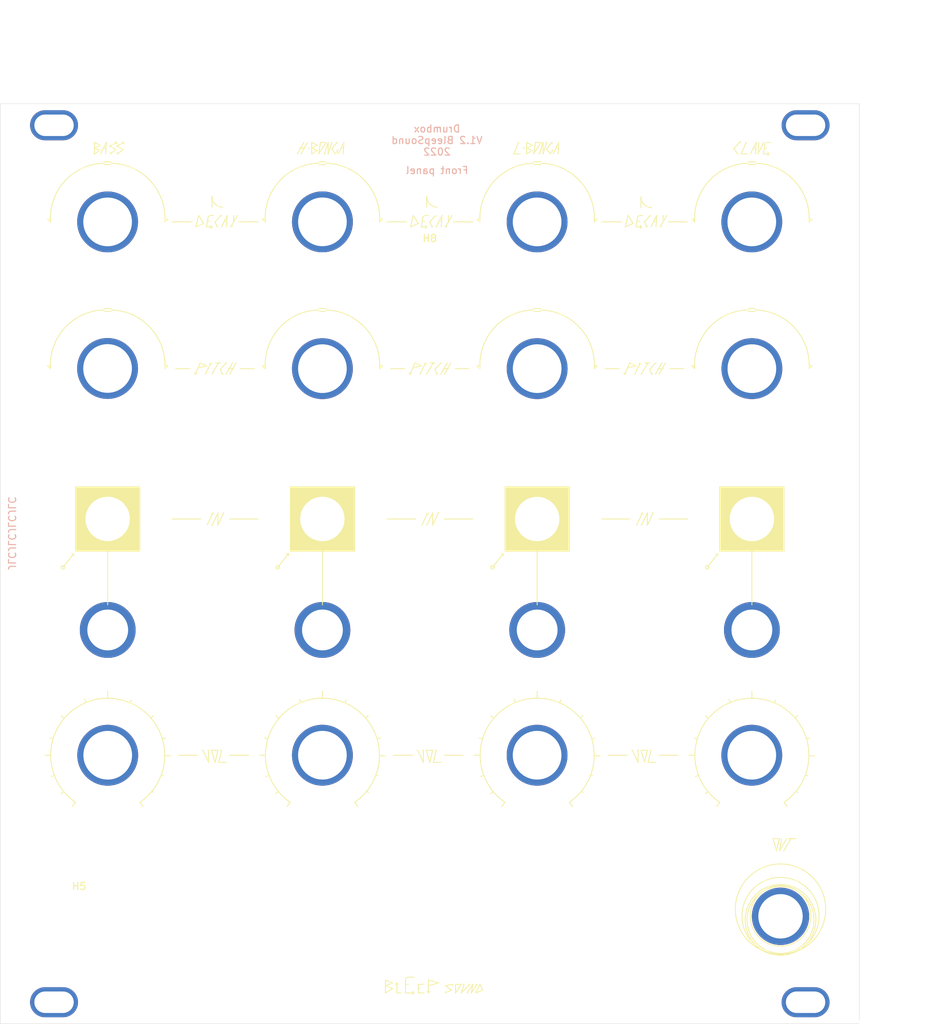
<source format=kicad_pcb>
(kicad_pcb (version 20211014) (generator pcbnew)
  (layers (0 "F.Cu" signal) (31 "B.Cu" signal) (34 "B.Paste" user) (35 "F.Paste" user) (36 "B.SilkS" user "B.Silkscreen") (37 "F.SilkS" user "F.Silkscreen") (38 "B.Mask" user) (39 "F.Mask" user) (44 "Edge.Cuts" user))
  (net 0 "")
  (footprint "Synth:Doepfer Mounting hole" (layer "F.Cu") (at 43.5 39)
    (fp_text reference "H1" hide)
    (fp_text value "MountingHole")
    (pad "1" thru_hole oval locked (at 0 0) (size 6.7 4.2) (drill oval 5.5 3) (layers *.Cu *.Mask))
  )
  (footprint "Synth:Doepfer Mounting hole" (layer "F.Cu") (at 148.5 39)
    (fp_text reference "H2" hide)
    (fp_text value "MountingHole")
    (pad "1" thru_hole oval locked (at 0 0) (size 6.7 4.2) (drill oval 5.5 3) (layers *.Cu *.Mask))
  )
  (footprint "Synth:Doepfer Mounting hole" (layer "F.Cu") (at 43.5 161.5)
    (fp_text reference "H3" hide)
    (fp_text value "MountingHole")
    (pad "1" thru_hole oval locked (at 0 0) (size 6.7 4.2) (drill oval 5.5 3) (layers *.Cu *.Mask))
  )
  (footprint "MountingHole:MountingHole_3.2mm_M3" (layer "F.Cu") (at 47 149.5)
    (fp_text reference "H5" (at 0 -4.2) (layer "F.SilkS"))
    (fp_text value "SpacerHoles")
    (pad "" np_thru_hole circle (at 0 0) (size 3.2 3.2) (drill 3.2) (layers *.Cu *.Mask))
  )
  (footprint "Synth:Doepfer Mounting hole" (layer "F.Cu") (at 148.5 161.5)
    (fp_text reference "H4" hide)
    (fp_text value "MountingHole")
    (pad "1" thru_hole oval locked (at 0 0) (size 6.7 4.2) (drill oval 5.5 3) (layers *.Cu *.Mask))
  )
  (footprint "MountingHole:MountingHole_3.2mm_M3" (layer "F.Cu") (at 96 59)
    (fp_text reference "H8" (at 0 -4.2) (layer "F.SilkS"))
    (fp_text value "SpacerHoles")
    (pad "" np_thru_hole circle (at 0 0) (size 3.2 3.2) (drill 3.2) (layers *.Cu *.Mask))
  )
  (gr_line (start 81 97.25) (end 81 106) (layer "F.SilkS") (width 0.12))
  (gr_line (start 51 97.25) (end 51 106) (layer "F.SilkS") (width 0.12))
  (gr_circle (center 74.75 100.75) (end 74.75 100.5) (layer "F.SilkS") (width 0.12) (fill none))
  (gr_line (start 74.75 100.75) (end 76.25 98.85) (layer "F.SilkS") (width 0.12))
  (gr_line (start 76.25 98.85) (end 75.95 98.85) (layer "F.SilkS") (width 0.12))
  (gr_line (start 76.25 98.85) (end 76.25 99.15) (layer "F.SilkS") (width 0.12))
  (gr_line (start 92.6 160.2) (end 93.8 160.2) (layer "F.SilkS") (width 0.12))
  (gr_line (start 109.525 43) (end 110.325 42.5) (layer "F.SilkS") (width 0.12))
  (gr_line (start 74.5 132.372083) (end 74.85 132.082083) (layer "F.SilkS") (width 0.12))
  (gr_line (start 68.2 53.2) (end 68.4 53.1) (layer "F.SilkS") (width 0.12))
  (gr_poly (pts (xy 72.6 72.6) (xy 73 72.6) (xy 73 73)) (layer "F.SilkS") (width 0.12) (fill solid))
  (gr_line (start 96.9 126.3) (end 96.8 126.3) (layer "F.SilkS") (width 0.12))
  (gr_line (start 110.325 41.8) (end 109.525 41.4) (layer "F.SilkS") (width 0.12))
  (gr_poly (pts (xy 119 52.5) (xy 119 52.1) (xy 119.4 52.1)) (layer "F.SilkS") (width 0.12) (fill solid))
  (gr_line (start 79.5 42.2) (end 80.3 41.8) (layer "F.SilkS") (width 0.12))
  (gr_arc (start 51.5 64.8) (mid 56.850096 67.161425) (end 59 72.6) (layer "F.SilkS") (width 0.12))
  (gr_line (start 66.9 126.3) (end 66.8 126.3) (layer "F.SilkS") (width 0.12))
  (gr_line (start 95.7 93.15) (end 95.8 93.35) (layer "F.SilkS") (width 0.12))
  (gr_line (start 110.5 64.6) (end 111.5 64.6) (layer "F.SilkS") (width 0.12))
  (gr_line (start 51.35 43) (end 51.55 43) (layer "F.SilkS") (width 0.12))
  (gr_line (start 113.025 41.4) (end 113.125 41.5) (layer "F.SilkS") (width 0.12))
  (gr_line (start 128 94) (end 132 94) (layer "F.SilkS") (width 0.12))
  (gr_line (start 127.025 73.8) (end 127.125 73.7) (layer "F.SilkS") (width 0.12))
  (gr_line (start 95.4 51.6) (end 95.8 51.6) (layer "F.SilkS") (width 0.12))
  (gr_line (start 125.7 93.15) (end 125.5 93.25) (layer "F.SilkS") (width 0.12))
  (gr_line (start 98.2 160.2) (end 98.2 160) (layer "F.SilkS") (width 0.12))
  (gr_line (start 111.55 41.4) (end 110.5 43) (layer "F.SilkS") (width 0.12))
  (gr_line (start 65.56066 50.43934) (end 65.56066 48.93934) (layer "F.SilkS") (width 0.12))
  (gr_line (start 67.825 73) (end 68.625 73) (layer "F.SilkS") (width 0.12))
  (gr_line (start 123.425 73.7) (end 123.225 73.8) (layer "F.SilkS") (width 0.12))
  (gr_line (start 74.5 121.472083) (end 74.91 121.822083) (layer "F.SilkS") (width 0.12))
  (gr_poly (pts (xy 59 73) (xy 59 72.6) (xy 59.4 72.6)) (layer "F.SilkS") (width 0.12) (fill solid))
  (gr_line (start 104.5 121.472083) (end 104.91 121.822083) (layer "F.SilkS") (width 0.12))
  (gr_line (start 123.6 127) (end 120.9 127) (layer "F.SilkS") (width 0.12))
  (gr_line (start 113.025 41.4) (end 112.325 42.3) (layer "F.SilkS") (width 0.12))
  (gr_arc (start 103 52.1) (mid 105.134567 46.646699) (end 110.5 44.3) (layer "F.SilkS") (width 0.12))
  (gr_line (start 125.6 53.2) (end 125.4 53.4) (layer "F.SilkS") (width 0.12))
  (gr_line (start 95 52.4) (end 95.3 52.4) (layer "F.SilkS") (width 0.12))
  (gr_line (start 79.5 41.4) (end 79.5 43) (layer "F.SilkS") (width 0.12))
  (gr_line (start 126.4 126.3) (end 126 128) (layer "F.SilkS") (width 0.12))
  (gr_line (start 93.925 72.2) (end 93.225 73.8) (layer "F.SilkS") (width 0.12))
  (gr_line (start 66.4 93.15) (end 66.4 94.85) (layer "F.SilkS") (width 0.12))
  (gr_line (start 117.39 121.472083) (end 117.04 121.792083) (layer "F.SilkS") (width 0.12))
  (gr_line (start 124.9 94.85) (end 125.7 93.15) (layer "F.SilkS") (width 0.12))
  (gr_line (start 139 43) (end 139.1 42.9) (layer "F.SilkS") (width 0.12))
  (gr_line (start 65.7 93.15) (end 65.5 93.25) (layer "F.SilkS") (width 0.12))
  (gr_line (start 125.5 126.3) (end 126.4 126.3) (layer "F.SilkS") (width 0.12))
  (gr_line (start 67.2 93.15) (end 67.1 93.15) (layer "F.SilkS") (width 0.12))
  (gr_line (start 109.025 42.2) (end 109.225 42.2) (layer "F.SilkS") (width 0.12))
  (gr_line (start 96.725 73.1) (end 97.025 73.8) (layer "F.SilkS") (width 0.12))
  (gr_arc (start 142.8 41.8) (mid 142.917157 41.517157) (end 143.2 41.4) (layer "F.SilkS") (width 0.12))
  (gr_arc (start 136.5 133.572083) (mid 141 119.034934) (end 145.5 133.572083) (layer "F.SilkS") (width 0.12))
  (gr_line (start 126.9 126.3) (end 126.5 128) (layer "F.SilkS") (width 0.12))
  (gr_line (start 140.5 65) (end 141.5 65) (layer "F.SilkS") (width 0.12))
  (gr_line (start 81.8 41.4) (end 81.3 43) (layer "F.SilkS") (width 0.12))
  (gr_line (start 113.925 42.2) (end 113.625 42.2) (layer "F.SilkS") (width 0.12))
  (gr_line (start 91.4 158.8) (end 91.2 159) (layer "F.SilkS") (width 0.12))
  (gr_line (start 141.6 41.4) (end 141.5 43) (layer "F.SilkS") (width 0.12))
  (gr_arc (start 127 50.5) (mid 125.93934 50.06066) (end 125.5 49) (layer "F.SilkS") (width 0.12))
  (gr_line (start 81.525 41.4) (end 80.475 43) (layer "F.SilkS") (width 0.12))
  (gr_line (start 55.5 133.572083) (end 55.95 134.182083) (layer "F.SilkS") (width 0.12))
  (gr_line (start 95.425 72.2) (end 95.225 72.3) (layer "F.SilkS") (width 0.12))
  (gr_line (start 97.525 72.2) (end 96.725 73.1) (layer "F.SilkS") (width 0.12))
  (gr_line (start 67.525 72.2) (end 66.725 73.1) (layer "F.SilkS") (width 0.12))
  (gr_line (start 65.425 72.2) (end 65.225 72.3) (layer "F.SilkS") (width 0.12))
  (gr_line (start 98 94) (end 102 94) (layer "F.SilkS") (width 0.12))
  (gr_poly (pts (xy 132.6 52.1) (xy 133 52.1) (xy 133 52.5)) (layer "F.SilkS") (width 0.12) (fill solid))
  (gr_poly (pts (xy 102.6 72.6) (xy 103 72.6) (xy 103 73)) (layer "F.SilkS") (width 0.12) (fill solid))
  (gr_line (start 127.525 72.2) (end 127.625 72.3) (layer "F.SilkS") (width 0.12))
  (gr_line (start 126.3 53.2) (end 126.4 53.1) (layer "F.SilkS") (width 0.12))
  (gr_circle (center 145 149.45) (end 143 144.45) (layer "F.SilkS") (width 0.12) (fill none))
  (gr_arc (start 76.5 133.572083) (mid 81 119.034934) (end 85.5 133.572083) (layer "F.SilkS") (width 0.12))
  (gr_line (start 81.3 43) (end 81.2 43) (layer "F.SilkS") (width 0.12))
  (gr_poly (pts (xy 42.6 52.1) (xy 43 52.1) (xy 43 52.5)) (layer "F.SilkS") (width 0.12) (fill solid))
  (gr_line (start 64 94) (end 60 94) (layer "F.SilkS") (width 0.12))
  (gr_line (start 129.5 73) (end 131.5 73) (layer "F.SilkS") (width 0.12))
  (gr_line (start 91.4 160.2) (end 92 160.2) (layer "F.SilkS") (width 0.12))
  (gr_line (start 124.3 126.3) (end 125.1 128) (layer "F.SilkS") (width 0.12))
  (gr_line (start 67.7 51.6) (end 66.9 53.2) (layer "F.SilkS") (width 0.12))
  (gr_line (start 94.4 52.7) (end 93.7 51.6) (layer "F.SilkS") (width 0.12))
  (gr_arc (start 133 52.1) (mid 135.134567 46.646699) (end 140.5 44.3) (layer "F.SilkS") (width 0.12))
  (gr_line (start 123.7 51.6) (end 123.3 53.2) (layer "F.SilkS") (width 0.12))
  (gr_line (start 84.3 119.272083) (end 84.14 119.652083) (layer "F.SilkS") (width 0.12))
  (gr_line (start 89.8 159.2) (end 90.8 158.8) (layer "F.SilkS") (width 0.12))
  (gr_line (start 95.6 53.2) (end 95.4 53.4) (layer "F.SilkS") (width 0.12))
  (gr_line (start 112.325 42.3) (end 112.825 43) (layer "F.SilkS") (width 0.12))
  (gr_line (start 98.6 52.5) (end 98.6 51.6) (layer "F.SilkS") (width 0.12))
  (gr_line (start 65.5 126.3) (end 66.4 126.3) (layer "F.SilkS") (width 0.12))
  (gr_line (start 100.4 159) (end 99.6 159) (layer "F.SilkS") (width 0.12))
  (gr_arc (start 92.6 158.4) (mid 92.717157 158.117157) (end 93 158) (layer "F.SilkS") (width 0.12))
  (gr_line (start 138.5 42.25) (end 139 43) (layer "F.SilkS") (width 0.12))
  (gr_line (start 99.6 160.2) (end 100.4 159) (layer "F.SilkS") (width 0.12))
  (gr_line (start 57.39 121.472083) (end 57.04 121.792083) (layer "F.SilkS") (width 0.12))
  (gr_line (start 93.925 72.2) (end 94.825 72.6) (layer "F.SilkS") (width 0.12))
  (gr_line (start 103 159) (end 102.4 160.2) (layer "F.SilkS") (width 0.12))
  (gr_line (start 63.425 73.7) (end 63.225 73.8) (layer "F.SilkS") (width 0.12))
  (gr_arc (start 141.5 64.8) (mid 146.850096 67.161425) (end 149 72.6) (layer "F.SilkS") (width 0.12))
  (gr_line (start 50.8 41.4) (end 50.7 43) (layer "F.SilkS") (width 0.12))
  (gr_line (start 66.8 51.6) (end 66.9 51.7) (layer "F.SilkS") (width 0.12))
  (gr_line (start 82.3 41.4) (end 81.8 43) (layer "F.SilkS") (width 0.12))
  (gr_line (start 120 52.5) (end 122.8 52.5) (layer "F.SilkS") (width 0.12))
  (gr_line (start 66.475 72.2) (end 65.525 73.8) (layer "F.SilkS") (width 0.12))
  (gr_line (start 83.9 42.2) (end 83.6 42.2) (layer "F.SilkS") (width 0.12))
  (gr_line (start 146.75 138.65) (end 147.15 138.65) (layer "F.SilkS") (width 0.12))
  (gr_line (start 94.625 73.8) (end 95.425 72.2) (layer "F.SilkS") (width 0.12))
  (gr_line (start 142.8 41.8) (end 142.6 43) (layer "F.SilkS") (width 0.12))
  (gr_line (start 89.8 160.2) (end 90.8 159.6) (layer "F.SilkS") (width 0.12))
  (gr_line (start 119.1 124.572083) (end 118.64 124.712083) (layer "F.SilkS") (width 0.12))
  (gr_line (start 141.5 42.2) (end 141.2 42.2) (layer "F.SilkS") (width 0.12))
  (gr_line (start 96.8 51.6) (end 96 52.5) (layer "F.SilkS") (width 0.12))
  (gr_line (start 101.6 159) (end 101.4 159) (layer "F.SilkS") (width 0.12))
  (gr_line (start 106.5 133.572083) (end 106.04 134.162083) (layer "F.SilkS") (width 0.12))
  (gr_line (start 66.4 94.85) (end 67.2 93.15) (layer "F.SilkS") (width 0.12))
  (gr_line (start 87.39 121.472083) (end 87.04 121.792083) (layer "F.SilkS") (width 0.12))
  (gr_line (start 118.8 129.872083) (end 118.49 129.762083) (layer "F.SilkS") (width 0.12))
  (gr_arc (start 125 52) (mid 125.117157 51.717157) (end 125.4 51.6) (layer "F.SilkS") (width 0.12))
  (gr_line (start 54.3 119.272083) (end 54.14 119.652083) (layer "F.SilkS") (width 0.12))
  (gr_line (start 65.6 53.2) (end 65.4 53) (layer "F.SilkS") (width 0.12))
  (gr_arc (start 106.5 133.572083) (mid 111 119.034934) (end 115.5 133.572083) (layer "F.SilkS") (width 0.12))
  (gr_line (start 119.002701 127.072083) (end 119.774313 127.072083) (layer "F.SilkS") (width 0.12))
  (gr_line (start 78.4 41.4) (end 77.5 43) (layer "F.SilkS") (width 0.12))
  (gr_line (start 73.1 129.972083) (end 73.54 129.812083) (layer "F.SilkS") (width 0.12))
  (gr_line (start 78.9 41.4) (end 78 43) (layer "F.SilkS") (width 0.12))
  (gr_line (start 76.5 133.572083) (end 76.04 134.162083) (layer "F.SilkS") (width 0.12))
  (gr_line (start 95.8 158.4) (end 95.8 160.2) (layer "F.SilkS") (width 0.12))
  (gr_line (start 143.2 41.4) (end 143.6 41.4) (layer "F.SilkS") (width 0.12))
  (gr_line (start 147.39 121.472083) (end 147.04 121.792083) (layer "F.SilkS") (width 0.12))
  (gr_arc (start 141.5 44.3) (mid 146.850096 46.661425) (end 149 52.1) (layer "F.SilkS") (width 0.12))
  (gr_line (start 126.725 73.1) (end 127.025 73.8) (layer "F.SilkS") (width 0.12))
  (gr_line (start 49.95 41.8) (end 49.15 41.4) (layer "F.SilkS") (width 0.12))
  (gr_line (start 97.7 51.6) (end 96.9 53.2) (layer "F.SilkS") (width 0.12))
  (gr_line (start 94 94) (end 90 94) (layer "F.SilkS") (width 0.12))
  (gr_line (start 93.425 73.7) (end 93.225 73.8) (layer "F.SilkS") (width 0.12))
  (gr_line (start 51 119.033694) (end 51 118.072083) (layer "F.SilkS") (width 0.12))
  (gr_line (start 134.5 132.372083) (end 134.85 132.082083) (layer "F.SilkS") (width 0.12))
  (gr_line (start 128.925 72.2) (end 128.025 73.8) (layer "F.SilkS") (width 0.12))
  (gr_poly (pts (xy 89 52.5) (xy 89 52.1) (xy 89.4 52.1)) (layer "F.SilkS") (width 0.12) (fill solid))
  (gr_line (start 126.8 51.6) (end 126.9 51.7) (layer "F.SilkS") (width 0.12))
  (gr_line (start 115.5 133.572083) (end 115.95 134.182083) (layer "F.SilkS") (width 0.12))
  (gr_line (start 67.6 52.4) (end 67.3 52.4) (layer "F.SilkS") (width 0.12))
  (gr_line (start 80.5 64.6) (end 81.5 64.6) (layer "F.SilkS") (width 0.12))
  (gr_line (start 126 128) (end 125.5 126.3) (layer "F.SilkS") (width 0.12))
  (gr_line (start 51.35 43) (end 51.35 42.8) (layer "F.SilkS") (width 0.12))
  (gr_line (start 92.6 159) (end 93 159) (layer "F.SilkS") (width 0.12))
  (gr_line (start 94.4 159) (end 94.4 160.2) (layer "F.SilkS") (width 0.12))
  (gr_line (start 123.225 73.8) (end 123.125 73.6) (layer "F.SilkS") (width 0.12))
  (gr_line (start 113.075 42.4) (end 113.175 42.5) (layer "F.SilkS") (width 0.12))
  (gr_line (start 99.2 159) (end 98.2 159.2) (layer "F.SilkS") (width 0.12))
  (gr_line (start 68.6 52.5) (end 69.1 51.6) (layer "F.SilkS") (width 0.12))
  (gr_line (start 72.9 124.572083) (end 73.36 124.712083) (layer "F.SilkS") (width 0.12))
  (gr_line (start 125.1 128) (end 125.1 126.3) (layer "F.SilkS") (width 0.12))
  (gr_line (start 64.3 126.3) (end 65.1 128) (layer "F.SilkS") (width 0.12))
  (gr_line (start 106.25 98.85) (end 105.95 98.85) (layer "F.SilkS") (width 0.12))
  (gr_line (start 148.8 129.872083) (end 148.49 129.762083) (layer "F.SilkS") (width 0.12))
  (gr_line (start 139.35 41.3) (end 139.45 41.4) (layer "F.SilkS") (width 0.12))
  (gr_line (start 94.4 159.6) (end 94.6 159.6) (layer "F.SilkS") (width 0.12))
  (gr_line (start 143.4 43) (end 143.2 43.2) (layer "F.SilkS") (width 0.12))
  (gr_line (start 125.425 72.2) (end 125.225 72.3) (layer "F.SilkS") (width 0.12))
  (gr_line (start 126 52.5) (end 126.3 53.2) (layer "F.SilkS") (width 0.12))
  (gr_line (start 100.8 159) (end 100.6 159) (layer "F.SilkS") (width 0.12))
  (gr_line (start 102.216895 127) (end 102.988507 127) (layer "F.SilkS") (width 0.12))
  (gr_line (start 80.475 43) (end 80.725 41.4) (layer "F.SilkS") (width 0.12))
  (gr_line (start 65.1 126.3) (end 65 126.3) (layer "F.SilkS") (width 0.12))
  (gr_line (start 65.6 94.85) (end 65.5 94.85) (layer "F.SilkS") (width 0.12))
  (gr_line (start 143.95 138.65) (end 144.85 138.65) (layer "F.SilkS") (width 0.12))
  (gr_line (start 96 52.5) (end 96.3 53.2) (layer "F.SilkS") (width 0.12))
  (gr_line (start 125.4 51.6) (end 125.8 51.6) (layer "F.SilkS") (width 0.12))
  (gr_line (start 110.5 44.1) (end 111.5 44.1) (layer "F.SilkS") (width 0.12))
  (gr_line (start 60 52.5) (end 62.8 52.5) (layer "F.SilkS") (width 0.12))
  (gr_line (start 95.1 126.3) (end 95 126.3) (layer "F.SilkS") (width 0.12))
  (gr_line (start 144.3 119.272083) (end 144.14 119.652083) (layer "F.SilkS") (width 0.12))
  (gr_line (start 144.85 138.65) (end 144.45 140.35) (layer "F.SilkS") (width 0.12))
  (gr_line (start 141.6 41.4) (end 140.8 43) (layer "F.SilkS") (width 0.12))
  (gr_line (start 67.025 73.8) (end 67.125 73.7) (layer "F.SilkS") (width 0.12))
  (gr_line (start 104.75 100.75) (end 106.25 98.85) (layer "F.SilkS") (width 0.12))
  (gr_line (start 95.6 160) (end 95.8 160.2) (layer "F.SilkS") (width 0.12))
  (gr_line (start 83 41.4) (end 83.1 41.5) (layer "F.SilkS") (width 0.12))
  (gr_line (start 95.8 160.2) (end 95.8 160) (layer "F.SilkS") (width 0.12))
  (gr_line (start 95.6 94.85) (end 95.5 94.85) (layer "F.SilkS") (width 0.12))
  (gr_poly (pts (xy 42.6 72.6) (xy 43 72.6) (xy 43 73)) (layer "F.SilkS") (width 0.12) (fill solid))
  (gr_line (start 49.15 43) (end 49.95 42.5) (layer "F.SilkS") (width 0.12))
  (gr_line (start 50.5 44.1) (end 51.5 44.1) (layer "F.SilkS") (width 0.12))
  (gr_line (start 88.8 129.872083) (end 88.49 129.762083) (layer "F.SilkS") (width 0.12))
  (gr_line (start 97.6 52.4) (end 97.3 52.4) (layer "F.SilkS") (width 0.12))
  (gr_line (start 80.3 42.5) (end 79.5 42.2) (layer "F.SilkS") (width 0.12))
  (gr_line (start 52.35 43) (end 52.55 43) (layer "F.SilkS") (width 0.12))
  (gr_line (start 111.825 41.4) (end 111.825 43) (layer "F.SilkS") (width 0.12))
  (gr_line (start 128.2 53.2) (end 128.2 53) (layer "F.SilkS") (width 0.12))
  (gr_line (start 139.5 43) (end 140.4 43) (layer "F.SilkS") (width 0.12))
  (gr_line (start 50.5 44.5) (end 51.5 44.5) (layer "F.SilkS") (width 0.12))
  (gr_line (start 126.5 128) (end 127.6 128) (layer "F.SilkS") (width 0.12))
  (gr_line (start 44.5 121.472083) (end 44.91 121.822083) (layer "F.SilkS") (width 0.12))
  (gr_line (start 63.6 127) (end 60.9 127) (layer "F.SilkS") (width 0.12))
  (gr_line (start 68.6 52.5) (end 68.2 53.2) (layer "F.SilkS") (width 0.12))
  (gr_line (start 83.05 42.4) (end 83.15 42.5) (layer "F.SilkS") (width 0.12))
  (gr_poly (pts (xy 89 73) (xy 89 72.6) (xy 89.4 72.6)) (layer "F.SilkS") (width 0.12) (fill solid))
  (gr_line (start 66.075 72.2) (end 66.775 72.2) (layer "F.SilkS") (width 0.12))
  (gr_line (start 66.725 73.1) (end 67.025 73.8) (layer "F.SilkS") (width 0.12))
  (gr_line (start 102.6 159) (end 102.4 159) (layer "F.SilkS") (width 0.12))
  (gr_line (start 142.65 41.4) (end 142.55 41.4) (layer "F.SilkS") (width 0.12))
  (gr_line (start 95.7 93.15) (end 95.5 93.25) (layer "F.SilkS") (width 0.12))
  (gr_line (start 126.075 72.2) (end 126.775 72.2) (layer "F.SilkS") (width 0.12))
  (gr_line (start 90 52.5) (end 92.8 52.5) (layer "F.SilkS") (width 0.12))
  (gr_line (start 96 128) (end 95.5 126.3) (layer "F.SilkS") (width 0.12))
  (gr_line (start 80.725 41.4) (end 81.525 41.4) (layer "F.SilkS") (width 0.12))
  (gr_arc (start 103 72.6) (mid 105.134567 67.146699) (end 110.5 64.8) (layer "F.SilkS") (width 0.12))
  (gr_line (start 104.5 132.372083) (end 104.85 132.082083) (layer "F.SilkS") (width 0.12))
  (gr_line (start 112.325 41.4) (end 112.225 41.4) (layer "F.SilkS") (width 0.12))
  (gr_line (start 93.3 53.2) (end 94.4 52.7) (layer "F.SilkS") (width 0.12))
  (gr_line (start 149.1 124.572083) (end 148.64 124.712083) (layer "F.SilkS") (width 0.12))
  (gr_line (start 91.4 158.8) (end 91.4 160.2) (layer "F.SilkS") (width 0.12))
  (gr_line (start 126.4 93.15) (end 126.4 94.85) (layer "F.SilkS") (width 0.12))
  (gr_line (start 149.002701 127.072083) (end 149.774313 127.072083) (layer "F.SilkS") (width 0.12))
  (gr_line (start 93.6 127) (end 90.9 127) (layer "F.SilkS") (width 0.12))
  (gr_line (start 67.525 72.2) (end 67.625 72.3) (layer "F.SilkS") (width 0.12))
  (gr_line (start 120.5 73) (end 122.5 73) (layer "F.SilkS") (width 0.12))
  (gr_line (start 125.6 94.85) (end 126.4 93.15) (layer "F.SilkS") (width 0.12))
  (gr_line (start 141 97.25) (end 141 106) (layer "F.SilkS") (width 0.12))
  (gr_line (start 52.25 41.4) (end 52.05 41.3) (layer "F.SilkS") (width 0.12))
  (gr_arc (start 43 52.1) (mid 45.134567 46.646699) (end 50.5 44.3) (layer "F.SilkS") (width 0.12))
  (gr_line (start 52.25 41.9) (end 53.15 42.4) (layer "F.SilkS") (width 0.12))
  (gr_line (start 145.15 138.65) (end 144.85 140.35) (layer "F.SilkS") (width 0.12))
  (gr_line (start 57.43 132.212083) (end 57.19 132.012083) (layer "F.SilkS") (width 0.12))
  (gr_line (start 100.8 159) (end 100.4 160.2) (layer "F.SilkS") (width 0.12))
  (gr_poly (pts (xy 149 52.5) (xy 149 52.1) (xy 149.4 52.1)) (layer "F.SilkS") (width 0.12) (fill solid))
  (gr_line (start 111.825 41.4) (end 111.325 43) (layer "F.SilkS") (width 0.12))
  (gr_line (start 98.2 159.2) (end 99 159.8) (layer "F.SilkS") (width 0.12))
  (gr_line (start 141.95 41.4) (end 141.85 43) (layer "F.SilkS") (width 0.12))
  (gr_line (start 132.216895 127) (end 132.988507 127) (layer "F.SilkS") (width 0.12))
  (gr_line (start 112.825 43) (end 113.175 42.5) (layer "F.SilkS") (width 0.12))
  (gr_line (start 65.6 94.85) (end 66.4 93.15) (layer "F.SilkS") (width 0.12))
  (gr_poly (pts (xy 136.5 89.5) (xy 145.5 89.5) (xy 145.5 98.5) (xy 136.5 98.5)) (layer "F.SilkS") (width 0.1) (fill solid))
  (gr_line (start 107.725 43) (end 108.625 43) (layer "F.SilkS") (width 0.12))
  (gr_line (start 46.25 98.85) (end 45.95 98.85) (layer "F.SilkS") (width 0.12))
  (gr_line (start 53.15 42.4) (end 52.35 43) (layer "F.SilkS") (width 0.12))
  (gr_line (start 141.95 41.4) (end 141.85 41.4) (layer "F.SilkS") (width 0.12))
  (gr_line (start 66.5 128) (end 67.6 128) (layer "F.SilkS") (width 0.12))
  (gr_line (start 58.8 129.872083) (end 58.49 129.762083) (layer "F.SilkS") (width 0.12))
  (gr_line (start 99 159.8) (end 98.2 160.2) (layer "F.SilkS") (width 0.12))
  (gr_line (start 140.5 44.5) (end 141.5 44.5) (layer "F.SilkS") (width 0.12))
  (gr_line (start 66.3 53.2) (end 66.4 53.1) (layer "F.SilkS") (width 0.12))
  (gr_line (start 96.075 72.2) (end 96.775 72.2) (layer "F.SilkS") (width 0.12))
  (gr_line (start 98.2 53.2) (end 98.4 53.1) (layer "F.SilkS") (width 0.12))
  (gr_arc (start 43 72.6) (mid 45.134567 67.146699) (end 50.5 64.8) (layer "F.SilkS") (width 0.12))
  (gr_line (start 59.1 124.572083) (end 58.64 124.712083) (layer "F.SilkS") (width 0.12))
  (gr_line (start 82.3 41.4) (end 82.2 41.4) (layer "F.SilkS") (width 0.12))
  (gr_line (start 81.8 41.4) (end 81.8 43) (layer "F.SilkS") (width 0.12))
  (gr_line (start 144.45 140.35) (end 143.95 138.65) (layer "F.SilkS") (width 0.12))
  (gr_line (start 68.425 72.2) (end 67.525 73.8) (layer "F.SilkS") (width 0.12))
  (gr_line (start 128.425 72.2) (end 127.525 73.8) (layer "F.SilkS") (width 0.12))
  (gr_line (start 63.925 72.2) (end 64.825 72.6) (layer "F.SilkS") (width 0.12))
  (gr_line (start 140.5 44.1) (end 141.5 44.1) (layer "F.SilkS") (width 0.12))
  (gr_poly (pts (xy 102.6 52.1) (xy 103 52.1) (xy 103 52.5)) (layer "F.SilkS") (width 0.12) (fill solid))
  (gr_line (start 50.7 42.2) (end 50.4 42.2) (layer "F.SilkS") (width 0.12))
  (gr_line (start 127.525 72.2) (end 126.725 73.1) (layer "F.SilkS") (width 0.12))
  (gr_line (start 97.7 51.6) (end 97.6 53.2) (layer "F.SilkS") (width 0.12))
  (gr_line (start 50.5 64.6) (end 51.5 64.6) (layer "F.SilkS") (width 0.12))
  (gr_line (start 111.325 43) (end 111.225 43) (layer "F.SilkS") (width 0.12))
  (gr_line (start 128.6 52.5) (end 128.2 53.2) (layer "F.SilkS") (width 0.12))
  (gr_line (start 90.8 158.8) (end 89.8 158.4) (layer "F.SilkS") (width 0.12))
  (gr_line (start 124.825 72.6) (end 123.625 72.9) (layer "F.SilkS") (width 0.12))
  (gr_line (start 66 52.5) (end 66.3 53.2) (layer "F.SilkS") (width 0.12))
  (gr_line (start 72.216895 127) (end 72.988507 127) (layer "F.SilkS") (width 0.12))
  (gr_line (start 66.8 51.6) (end 66 52.5) (layer "F.SilkS") (width 0.12))
  (gr_line (start 98.6 52.5) (end 98.2 53.2) (layer "F.SilkS") (width 0.12))
  (gr_line (start 99.5 73) (end 101.5 73) (layer "F.SilkS") (width 0.12))
  (gr_line (start 90.8 159.6) (end 89.8 159.2) (layer "F.SilkS") (width 0.12))
  (gr_line (start 127.7 51.6) (end 126.9 53.2) (layer "F.SilkS") (width 0.12))
  (gr_line (start 123.3 53.2) (end 124.4 52.7) (layer "F.SilkS") (width 0.12))
  (gr_line (start 146.05 138.65) (end 146.75 138.65) (layer "F.SilkS") (width 0.12))
  (gr_line (start 108.425 41.4) (end 107.725 43) (layer "F.SilkS") (width 0.12))
  (gr_line (start 101.2 160.2) (end 101.4 160.2) (layer "F.SilkS") (width 0.12))
  (gr_poly (pts (xy 106.5 89.5) (xy 115.5 89.5) (xy 115.5 98.5) (xy 106.5 98.5)) (layer "F.SilkS") (width 0.1) (fill solid))
  (gr_line (start 110.325 42.5) (end 109.525 42.2) (layer "F.SilkS") (width 0.12))
  (gr_line (start 95.5 126.3) (end 96.4 126.3) (layer "F.SilkS") (width 0.12))
  (gr_line (start 107.8 119.172083) (end 107.99 119.622083) (layer "F.SilkS") (width 0.12))
  (gr_line (start 82.8 43) (end 83.15 42.5) (layer "F.SilkS") (width 0.12))
  (gr_line (start 46.5 133.572083) (end 46.04 134.162083) (layer "F.SilkS") (width 0.12))
  (gr_arc (start 97.06066 50.43934) (mid 96.000012 49.999988) (end 95.56066 48.93934) (layer "F.SilkS") (width 0.12))
  (gr_line (start 65.425 72.2) (end 65.525 72.4) (layer "F.SilkS") (width 0.12))
  (gr_line (start 111 97.25) (end 111 106) (layer "F.SilkS") (width 0.12))
  (gr_line (start 140.2 41.4) (end 139.5 43) (layer "F.SilkS") (width 0.12))
  (gr_line (start 137.8 119.172083) (end 137.99 119.622083) (layer "F.SilkS") (width 0.12))
  (gr_arc (start 111.5 44.3) (mid 116.850096 46.661425) (end 119 52.1) (layer "F.SilkS") (width 0.12))
  (gr_poly (pts (xy 72.6 52.1) (xy 73 52.1) (xy 73 52.5)) (layer "F.SilkS") (width 0.12) (fill solid))
  (gr_line (start 102.9 124.572083) (end 103.36 124.712083) (layer "F.SilkS") (width 0.12))
  (gr_line (start 124 94) (end 120 94) (layer "F.SilkS") (width 0.12))
  (gr_line (start 66.4 126.3) (end 66 128) (layer "F.SilkS") (width 0.12))
  (gr_line (start 53.25 41.4) (end 53.05 41.3) (layer "F.SilkS") (width 0.12))
  (gr_line (start 64.9 94.85) (end 65.7 93.15) (layer "F.SilkS") (width 0.12))
  (gr_line (start 134.5 121.472083) (end 134.91 121.822083) (layer "F.SilkS") (width 0.12))
  (gr_line (start 94.3 126.3) (end 95.1 128) (layer "F.SilkS") (width 0.12))
  (gr_circle (center 145 149.45) (end 142.25 146.25) (layer "F.SilkS") (width 0.12) (fill none))
  (gr_line (start 126.475 72.2) (end 125.525 73.8) (layer "F.SilkS") (width 0.12))
  (gr_line (start 126.8 51.6) (end 126 52.5) (layer "F.SilkS") (width 0.12))
  (gr_line (start 98.925 72.2) (end 98.025 73.8) (layer "F.SilkS") (width 0.12))
  (gr_line (start 81 119.033694) (end 81 118.072083) (layer "F.SilkS") (width 0.12))
  (gr_line (start 126.4 94.85) (end 127.2 93.15) (layer "F.SilkS") (width 0.12))
  (gr_line (start 96.3 53.2) (end 96.4 53.1) (layer "F.SilkS") (width 0.12))
  (gr_line (start 129.3 52.5) (end 132 52.5) (layer "F.SilkS") (width 0.12))
  (gr_line (start 146.45 138.65) (end 145.45 140.35) (layer "F.SilkS") (width 0.12))
  (gr_line (start 125 52.4) (end 125.3 52.4) (layer "F.SilkS") (width 0.12))
  (gr_line (start 123.925 72.2) (end 124.825 72.6) (layer "F.SilkS") (width 0.12))
  (gr_circle (center 145 150) (end 146.45 154.45) (layer "F.SilkS") (width 0.12) (fill none))
  (gr_line (start 85.5 133.572083) (end 85.95 134.182083) (layer "F.SilkS") (width 0.12))
  (gr_line (start 90.5 73) (end 92.5 73) (layer "F.SilkS") (width 0.12))
  (gr_line (start 96.4 126.3) (end 96 128) (layer "F.SilkS") (width 0.12))
  (gr_line (start 124.625 73.8) (end 125.425 72.2) (layer "F.SilkS") (width 0.12))
  (gr_line (start 80.5 44.1) (end 81.5 44.1) (layer "F.SilkS") (width 0.12))
  (gr_line (start 68 94) (end 72 94) (layer "F.SilkS") (width 0.12))
  (gr_line (start 59.002701 127.072083) (end 59.774313 127.072083) (layer "F.SilkS") (width 0.12))
  (gr_line (start 94.825 72.6) (end 93.625 72.9) (layer "F.SilkS") (width 0.12))
  (gr_line (start 64.625 73.8) (end 65.425 72.2) (layer "F.SilkS") (width 0.12))
  (gr_line (start 139.35 41.3) (end 138.5 42.25) (layer "F.SilkS") (width 0.12))
  (gr_line (start 125.1 126.3) (end 125 126.3) (layer "F.SilkS") (width 0.12))
  (gr_line (start 103.1 129.972083) (end 103.54 129.812083) (layer "F.SilkS") (width 0.12))
  (gr_line (start 142.6 43) (end 143.3 43) (layer "F.SilkS") (width 0.12))
  (gr_line (start 124.3 126.3) (end 124.2 126.3) (layer "F.SilkS") (width 0.12))
  (gr_line (start 108.425 41.4) (end 108.325 41.4) (layer "F.SilkS") (width 0.12))
  (gr_line (start 98.2 53.2) (end 98.2 53) (layer "F.SilkS") (width 0.12))
  (gr_line (start 132.9 124.572083) (end 133.36 124.712083) (layer "F.SilkS") (width 0.12))
  (gr_circle (center 145 150) (end 143.2 145.4) (layer "F.SilkS") (width 0.12) (fill none))
  (gr_line (start 42.9 124.572083) (end 43.36 124.712083) (layer "F.SilkS") (width 0.12))
  (gr_line (start 106.25 98.85) (end 106.25 99.15) (layer "F.SilkS") (width 0.12))
  (gr_line (start 110.5 43) (end 110.75 41.4) (layer "F.SilkS") (width 0.12))
  (gr_line (start 52.35 43) (end 52.35 42.8) (layer "F.SilkS") (width 0.12))
  (gr_line (start 77.8 42.2) (end 78.6 42.2) (layer "F.SilkS") (width 0.12))
  (gr_line (start 49.95 42.5) (end 49.15 42.2) (layer "F.SilkS") (width 0.12))
  (gr_line (start 96.9 126.3) (end 96.5 128) (layer "F.SilkS") (width 0.12))
  (gr_poly (pts (xy 76.5 89.5) (xy 85.5 89.5) (xy 85.5 98.5) (xy 76.5 98.5)) (layer "F.SilkS") (width 0.1) (fill solid))
  (gr_line (start 98 127) (end 100.7 127) (layer "F.SilkS") (width 0.12))
  (gr_arc (start 133 72.6) (mid 135.134567 67.146699) (end 140.5 64.8) (layer "F.SilkS") (width 0.12))
  (gr_line (start 50.5 65) (end 51.5 65) (layer "F.SilkS") (width 0.12))
  (gr_line (start 144.85 140.35) (end 145.85 138.65) (layer "F.SilkS") (width 0.12))
  (gr_line (start 141 119.033694) (end 141 118.072083) (layer "F.SilkS") (width 0.12))
  (gr_line (start 127.7 51.6) (end 127.6 53.2) (layer "F.SilkS") (width 0.12))
  (gr_line (start 99.3 52.5) (end 102 52.5) (layer "F.SilkS") (width 0.12))
  (gr_line (start 96.475 72.2) (end 95.525 73.8) (layer "F.SilkS") (width 0.12))
  (gr_line (start 93 158) (end 93.8 158) (layer "F.SilkS") (width 0.12))
  (gr_line (start 110.5 44.5) (end 111.5 44.5) (layer "F.SilkS") (width 0.12))
  (gr_line (start 96.5 128) (end 97.6 128) (layer "F.SilkS") (width 0.12))
  (gr_line (start 125.6 94.85) (end 125.5 94.85) (layer "F.SilkS") (width 0.12))
  (gr_line (start 95.8 160.2) (end 96 160) (layer "F.SilkS") (width 0.12))
  (gr_line (start 125.5 50.5) (end 125.5 49) (layer "F.SilkS") (width 0.12))
  (gr_line (start 47.8 119.172083) (end 47.99 119.622083) (layer "F.SilkS") (width 0.12))
  (gr_line (start 89.8 158.4) (end 89.8 160.2) (layer "F.SilkS") (width 0.12))
  (gr_line (start 124.8 53.2) (end 125.5 53.2) (layer "F.SilkS") (width 0.12))
  (gr_line (start 97.025 73.8) (end 97.125 73.7) (layer "F.SilkS") (width 0.12))
  (gr_line (start 46.25 98.85) (end 46.25 99.15) (layer "F.SilkS") (width 0.12))
  (gr_line (start 89.002701 127.072083) (end 89.774313 127.072083) (layer "F.SilkS") (width 0.12))
  (gr_line (start 100.4 160.2) (end 101.6 159) (layer "F.SilkS") (width 0.12))
  (gr_line (start 109.525 42.2) (end 110.325 41.8) (layer "F.SilkS") (width 0.12))
  (gr_line (start 63.3 53.2) (end 64.4 52.7) (layer "F.SilkS") (width 0.12))
  (gr_line (start 63.7 51.6) (end 63.3 53.2) (layer "F.SilkS") (width 0.12))
  (gr_line (start 125.425 72.2) (end 125.525 72.4) (layer "F.SilkS") (width 0.12))
  (gr_line (start 114.3 119.272083) (end 114.14 119.652083) (layer "F.SilkS") (width 0.12))
  (gr_line (start 112.325 41.4) (end 111.825 43) (layer "F.SilkS") (width 0.12))
  (gr_line (start 53.25 41.4) (end 53.25 41.6) (layer "F.SilkS") (width 0.12))
  (gr_line (start 49.15 41.4) (end 49.15 43) (layer "F.SilkS") (width 0.12))
  (gr_line (start 93.8 160.2) (end 93.6 160) (layer "F.SilkS") (width 0.12))
  (gr_circle (center 44.75 100.75) (end 44.75 100.5) (layer "F.SilkS") (width 0.12) (fill none))
  (gr_line (start 136.5 133.572083) (end 136.04 134.162083) (layer "F.SilkS") (width 0.12))
  (gr_line (start 63.925 72.2) (end 63.225 73.8) (layer "F.SilkS") (width 0.12))
  (gr_line (start 63.225 73.8) (end 63.125 73.6) (layer "F.SilkS") (width 0.12))
  (gr_line (start 110.5 65) (end 111.5 65) (layer "F.SilkS") (width 0.12))
  (gr_line (start 103 159) (end 103.4 159.8) (layer "F.SilkS") (width 0.12))
  (gr_line (start 68.925 72.2) (end 68.025 73.8) (layer "F.SilkS") (width 0.12))
  (gr_line (start 124.4 52.7) (end 123.7 51.6) (layer "F.SilkS") (width 0.12))
  (gr_line (start 65 52) (end 64.8 53.2) (layer "F.SilkS") (width 0.12))
  (gr_line (start 143.4 43) (end 143.2 42.8) (layer "F.SilkS") (width 0.12))
  (gr_line (start 66.9 126.3) (end 66.5 128) (layer "F.SilkS") (width 0.12))
  (gr_line (start 79 42.2) (end 79.2 42.2) (layer "F.SilkS") (width 0.12))
  (gr_line (start 42.216895 127) (end 42.988507 127) (layer "F.SilkS") (width 0.12))
  (gr_line (start 53.25 41.4) (end 52.25 41.9) (layer "F.SilkS") (width 0.12))
  (gr_line (start 136.25 98.85) (end 135.95 98.85) (layer "F.SilkS") (width 0.12))
  (gr_line (start 147.43 132.212083) (end 147.19 132.012083) (layer "F.SilkS") (width 0.12))
  (gr_arc (start 46.5 133.572083) (mid 51 119.034934) (end 55.5 133.572083) (layer "F.SilkS") (width 0.12))
  (gr_line (start 128.6 52.5) (end 128.6 51.6) (layer "F.SilkS") (width 0.12))
  (gr_line (start 87.43 132.212083) (end 87.19 132.012083) (layer "F.SilkS") (width 0.12))
  (gr_line (start 52.25 41.4) (end 52.25 41.6) (layer "F.SilkS") (width 0.12))
  (gr_arc (start 73 52.1) (mid 75.134567 46.646699) (end 80.5 44.3) (layer "F.SilkS") (width 0.12))
  (gr_line (start 83 41.4) (end 82.3 42.3) (layer "F.SilkS") (width 0.12))
  (gr_line (start 127.2 93.15) (end 127.1 93.15) (layer "F.SilkS") (width 0.12))
  (gr_line (start 91.4 158.8) (end 91.6 159) (layer "F.SilkS") (width 0.12))
  (gr_arc (start 81.5 64.8) (mid 86.850096 67.161425) (end 89 72.6) (layer "F.SilkS") (width 0.12))
  (gr_line (start 52.15 42.4) (end 51.35 43) (layer "F.SilkS") (width 0.12))
  (gr_line (start 97.2 93.15) (end 97.1 93.15) (layer "F.SilkS") (width 0.12))
  (gr_poly (pts (xy 132.6 72.6) (xy 133 72.6) (xy 133 73)) (layer "F.SilkS") (width 0.12) (fill solid))
  (gr_line (start 50.8 41.4) (end 50 43) (layer "F.SilkS") (width 0.12))
  (gr_line (start 96.4 93.15) (end 96.4 94.85) (layer "F.SilkS") (width 0.12))
  (gr_line (start 128.6 52.5) (end 129.1 51.6) (layer "F.SilkS") (width 0.12))
  (gr_line (start 95.56066 50.43934) (end 95.56066 48.93934) (layer "F.SilkS") (width 0.12))
  (gr_line (start 127.825 73) (end 128.625 73) (layer "F.SilkS") (width 0.12))
  (gr_line (start 125.7 93.15) (end 125.8 93.35) (layer "F.SilkS") (width 0.12))
  (gr_line (start 102 159) (end 101.2 160.2) (layer "F.SilkS") (width 0.12))
  (gr_circle (center 104.75 100.75) (end 104.75 100.5) (layer "F.SilkS") (width 0.12) (fill none))
  (gr_arc (start 73 72.6) (mid 75.134567 67.146699) (end 80.5 64.8) (layer "F.SilkS") (width 0.12))
  (gr_line (start 84 41.4) (end 83.9 43) (layer "F.SilkS") (width 0.12))
  (gr_line (start 68.6 52.5) (end 68.6 51.6) (layer "F.SilkS") (width 0.12))
  (gr_line (start 93.8 160.2) (end 93.6 160.4) (layer "F.SilkS") (width 0.12))
  (gr_line (start 93.7 51.6) (end 93.3 53.2) (layer "F.SilkS") (width 0.12))
  (gr_line (start 109.525 41.4) (end 109.525 43) (layer "F.SilkS") (width 0.12))
  (gr_line (start 68 127) (end 70.7 127) (layer "F.SilkS") (width 0.12))
  (gr_line (start 95.1 128) (end 95.1 126.3) (layer "F.SilkS") (width 0.12))
  (gr_line (start 95.8 158.4) (end 97.2 158.8) (layer "F.SilkS") (width 0.12))
  (gr_line (start 94.8 53.2) (end 95.5 53.2) (layer "F.SilkS") (width 0.12))
  (gr_line (start 96.4 94.85) (end 97.2 93.15) (layer "F.SilkS") (width 0.12))
  (gr_line (start 101.8 160.2) (end 102.6 159) (layer "F.SilkS") (width 0.12))
  (gr_line (start 102.4 160.2) (end 103.4 159.8) (layer "F.SilkS") (width 0.12))
  (gr_line (start 136.25 98.85) (end 136.25 99.15) (layer "F.SilkS") (width 0.12))
  (gr_line (start 98.425 72.2) (end 97.525 73.8) (layer "F.SilkS") (width 0.12))
  (gr_line (start 96.8 51.6) (end 96.9 51.7) (layer "F.SilkS") (width 0.12))
  (gr_line (start 128 127) (end 130.7 127) (layer "F.SilkS") (width 0.12))
  (gr_arc (start 67.06066 50.43934) (mid 66.000012 49.999988) (end 65.56066 48.93934) (layer "F.SilkS") (width 0.12))
  (gr_line (start 94.4 160.2) (end 95.2 160.2) (layer "F.SilkS") (width 0.12))
  (gr_line (start 65.7 93.15) (end 65.8 93.35) (layer "F.SilkS") (width 0.12))
  (gr_line (start 97.825 73) (end 98.625 73) (layer "F.SilkS") (width 0.12))
  (gr_line (start 140.2 41.4) (end 140.1 41.4) (layer "F.SilkS") (width 0.12))
  (gr_line (start 44.5 132.372083) (end 44.85 132.082083) (layer "F.SilkS") (width 0.12))
  (gr_line (start 111 119.033694) (end 111 118.072083) (layer "F.SilkS") (width 0.12))
  (gr_line (start 69.5 73) (end 71.5 73) (layer "F.SilkS") (width 0.12))
  (gr_line (start 98.6 52.5) (end 99.1 51.6) (layer "F.SilkS") (width 0.12))
  (gr_line (start 127.6 52.4) (end 127.3 52.4) (layer "F.SilkS") (width 0.12))
  (gr_line (start 43.1 129.972083) (end 43.54 129.812083) (layer "F.SilkS") (width 0.12))
  (gr_line (start 60.5 73) (end 62.5 73) (layer "F.SilkS") (width 0.12))
  (gr_line (start 69.3 52.5) (end 72 52.5) (layer "F.SilkS") (width 0.12))
  (gr_line (start 97.2 158.8) (end 95.8 159.2) (layer "F.SilkS") (width 0.12))
  (gr_line (start 140.5 64.6) (end 141.5 64.6) (layer "F.SilkS") (width 0.12))
  (gr_arc (start 65 52) (mid 65.117157 51.717157) (end 65.4 51.6) (layer "F.SilkS") (width 0.12))
  (gr_line (start 49.15 42.2) (end 49.95 41.8) (layer "F.SilkS") (width 0.12))
  (gr_line (start 44.75 100.75) (end 46.25 98.85) (layer "F.SilkS") (width 0.12))
  (gr_poly (pts (xy 119 73) (xy 119 72.6) (xy 119.4 72.6)) (layer "F.SilkS") (width 0.12) (fill solid))
  (gr_line (start 51.25 41.9) (end 52.15 42.4) (layer "F.SilkS") (width 0.12))
  (gr_line (start 95.6 94.85) (end 96.4 93.15) (layer "F.SilkS") (width 0.12))
  (gr_line (start 65.4 51.6) (end 65.8 51.6) (layer "F.SilkS") (width 0.12))
  (gr_line (start 89.1 124.572083) (end 88.64 124.712083) (layer "F.SilkS") (width 0.12))
  (gr_line (start 65.1 128) (end 65.1 126.3) (layer "F.SilkS") (width 0.12))
  (gr_line (start 64.3 126.3) (end 64.2 126.3) (layer "F.SilkS") (width 0.12))
  (gr_circle (center 145 148.5) (end 148.1 154) (layer "F.SilkS") (width 0.12) (fill none))
  (gr_line (start 94.9 94.85) (end 95.7 93.15) (layer "F.SilkS") (width 0.12))
  (gr_line (start 95.6 53.2) (end 95.4 53) (layer "F.SilkS") (width 0.12))
  (gr_arc (start 81.5 44.3) (mid 86.850096 46.661425) (end 89 52.1) (layer "F.SilkS") (width 0.12))
  (gr_line (start 95 52) (end 94.8 53.2) (layer "F.SilkS") (width 0.12))
  (gr_circle (center 134.75 100.75) (end 134.75 100.5) (layer "F.SilkS") (width 0.12) (fill none))
  (gr_line (start 68.2 53.2) (end 68.2 53) (layer "F.SilkS") (width 0.12))
  (gr_line (start 134.75 100.75) (end 136.25 98.85) (layer "F.SilkS") (width 0.12))
  (gr_line (start 92.6 158.4) (end 92.6 160.2) (layer "F.SilkS") (width 0.12))
  (gr_line (start 79.5 43) (end 80.3 42.5) (layer "F.SilkS") (width 0.12))
  (gr_line (start 65 52.4) (end 65.3 52.4) (layer "F.SilkS") (width 0.12))
  (gr_arc (start 95 52) (mid 95.117157 51.717157) (end 95.4 51.6) (layer "F.SilkS") (width 0.12))
  (gr_line (start 133.1 129.972083) (end 133.54 129.812083) (layer "F.SilkS") (width 0.12))
  (gr_poly (pts (xy 46.5 89.5) (xy 55.5 89.5) (xy 55.5 98.5) (xy 46.5 98.5)) (layer "F.SilkS") (width 0.1) (fill solid))
  (gr_line (start 84 41.4) (end 83.2 43) (layer "F.SilkS") (width 0.12))
  (gr_line (start 145.5 133.572083) (end 145.95 134.182083) (layer "F.SilkS") (width 0.12))
  (gr_line (start 125.6 53.2) (end 125.4 53) (layer "F.SilkS") (width 0.12))
  (gr_line (start 67.7 51.6) (end 67.6 53.2) (layer "F.SilkS") (width 0.12))
  (gr_line (start 77.8 119.172083) (end 77.99 119.622083) (layer "F.SilkS") (width 0.12))
  (gr_line (start 142.8 42.2) (end 143.1 42.2) (layer "F.SilkS") (width 0.12))
  (gr_arc (start 51.5 44.3) (mid 56.850096 46.661425) (end 59 52.1) (layer "F.SilkS") (width 0.12))
  (gr_line (start 94.3 126.3) (end 94.2 126.3) (layer "F.SilkS") (width 0.12))
  (gr_line (start 117.43 132.212083) (end 117.19 132.012083) (layer "F.SilkS") (width 0.12))
  (gr_line (start 64.825 72.6) (end 63.625 72.9) (layer "F.SilkS") (width 0.12))
  (gr_line (start 125 52) (end 124.8 53.2) (layer "F.SilkS") (width 0.12))
  (gr_line (start 66 128) (end 65.5 126.3) (layer "F.SilkS") (width 0.12))
  (gr_line (start 128.2 53.2) (end 128.4 53.1) (layer "F.SilkS") (width 0.12))
  (gr_line (start 114.025 41.4) (end 113.225 43) (layer "F.SilkS") (width 0.12))
  (gr_line (start 126.9 126.3) (end 126.8 126.3) (layer "F.SilkS") (width 0.12))
  (gr_line (start 64.4 52.7) (end 63.7 51.6) (layer "F.SilkS") (width 0.12))
  (gr_line (start 52.25 41.4) (end 51.25 41.9) (layer "F.SilkS") (width 0.12))
  (gr_line (start 142.65 41.4) (end 141.85 43) (layer "F.SilkS") (width 0.12))
  (gr_line (start 99.2 159) (end 99.2 159.2) (layer "F.SilkS") (width 0.12))
  (gr_line (start 64.8 53.2) (end 65.5 53.2) (layer "F.SilkS") (width 0.12))
  (gr_line (start 93.225 73.8) (end 93.125 73.6) (layer "F.SilkS") (width 0.12))
  (gr_arc (start 111.5 64.8) (mid 116.850096 67.161425) (end 119 72.6) (layer "F.SilkS") (width 0.12))
  (gr_line (start 123.925 72.2) (end 123.225 73.8) (layer "F.SilkS") (width 0.12))
  (gr_line (start 99.6 159) (end 99.6 160.2) (layer "F.SilkS") (width 0.12))
  (gr_line (start 82.3 42.3) (end 82.8 43) (layer "F.SilkS") (width 0.12))
  (gr_line (start 114.025 41.4) (end 113.925 43) (layer "F.SilkS") (width 0.12))
  (gr_line (start 110.75 41.4) (end 111.55 41.4) (layer "F.SilkS") (width 0.12))
  (gr_line (start 80.5 44.5) (end 81.5 44.5) (layer "F.SilkS") (width 0.12))
  (gr_line (start 102 159) (end 101.8 160.2) (layer "F.SilkS") (width 0.12))
  (gr_line (start 80.5 65) (end 81.5 65) (layer "F.SilkS") (width 0.12))
  (gr_line (start 65.6 53.2) (end 65.4 53.4) (layer "F.SilkS") (width 0.12))
  (gr_line (start 94.4 159) (end 95.2 159) (layer "F.SilkS") (width 0.12))
  (gr_poly (pts (xy 59 52.5) (xy 59 52.1) (xy 59.4 52.1)) (layer "F.SilkS") (width 0.12) (fill solid))
  (gr_line (start 97.525 72.2) (end 97.625 72.3) (layer "F.SilkS") (width 0.12))
  (gr_poly (pts (xy 149 73) (xy 149 72.6) (xy 149.4 72.6)) (layer "F.SilkS") (width 0.12) (fill solid))
  (gr_line (start 80.3 41.8) (end 79.5 41.4) (layer "F.SilkS") (width 0.12))
  (gr_line (start 95.425 72.2) (end 95.525 72.4) (layer "F.SilkS") (width 0.12))
  (gr_line (start 36 36) (end 36 164.5) (layer "Edge.Cuts") (width 0.05))
  (gr_line (start 36 36) (end 156 36) (layer "Edge.Cuts") (width 0.05))
  (gr_line (start 156 36) (end 156 164) (layer "Edge.Cuts") (width 0.05))
  (gr_line (start 156 164.5) (end 36 164.5) (layer "Edge.Cuts") (width 0.05))
  (gr_text "Front panel" (at 97 45.3) (layer "B.SilkS") (effects (font (size 1 1)) (justify mirror)))
  (gr_text "JLCJLCJLCJLC\n" (at 37.6 96 -90) (layer "B.SilkS") (effects (font (size 1 1)) (justify mirror)))
  (gr_text "Drumbox\nV1.2 BleepSound\n2022" (at 97 41.1) (layer "B.SilkS") (effects (font (size 1 1)) (justify mirror)))
  (via (at 80.999327 52.490916) (size 8.5) (drill 6.8) (layers "F.Cu" "B.Cu") (net 0))
  (via (at 110.992606 52.498655) (size 8.5) (drill 6.8) (layers "F.Cu" "B.Cu") (net 0))
  (via (at 141 109.5) (size 7.8) (drill 5.7) (layers "F.Cu" "B.Cu") (net 0))
  (via (at 51 127) (size 8.5) (drill 6.8) (layers "F.Cu" "B.Cu") (net 0))
  (via (at 51 109.5) (size 7.8) (drill 5.7) (layers "F.Cu" "B.Cu") (net 0))
  (via (at 145 149.497644) (size 8) (drill 6.2) (layers "F.Cu" "B.Cu") (net 0))
  (via (at 111 109.5) (size 7.8) (drill 5.7) (layers "F.Cu" "B.Cu") (net 0))
  (via (at 81 109.5) (size 7.8) (drill 5.7) (layers "F.Cu" "B.Cu") (net 0))
  (via (at 111 94) (size 8) (drill 6.2) (layers "F.Cu" "B.Cu") (net 0))
  (via (at 80.989232 93.992932) (size 8) (drill 6.2) (layers "F.Cu" "B.Cu") (net 0))
  (via (at 50.984521 52.498309) (size 8.5) (drill 6.8) (layers "F.Cu" "B.Cu") (net 0))
  (via (at 80.994632 72.998991) (size 8.5) (drill 6.8) (layers "F.Cu" "B.Cu") (net 0))
  (via (at 140.986537 52.497983) (size 8.5) (drill 6.8) (layers "F.Cu" "B.Cu") (net 0))
  (via (at 141 94) (size 8) (drill 6.2) (layers "F.Cu" "B.Cu") (net 0))
  (via (at 110.990244 126.996639) (size 8.5) (drill 6.8) (layers "F.Cu" "B.Cu") (net 0))
  (via (at 110.997977 72.9963) (size 8.5) (drill 6.8) (layers "F.Cu" "B.Cu") (net 0))
  (via (at 80.995066 126.9963) (size 8.5) (drill 6.8) (layers "F.Cu" "B.Cu") (net 0))
  (via (at 140.998766 72.997533) (size 8.5) (drill 6.8) (layers "F.Cu" "B.Cu") (net 0))
  (via (at 140.985173 126.998991) (size 8.5) (drill 6.8) (layers "F.Cu" "B.Cu") (net 0))
  (via (at 50.978457 72.972408) (size 8.5) (drill 6.8) (layers "F.Cu" "B.Cu") (net 0))
  (via (at 50.991588 93.9889) (size 8) (drill 6.2) (layers "F.Cu" "B.Cu") (net 0))
)
</source>
